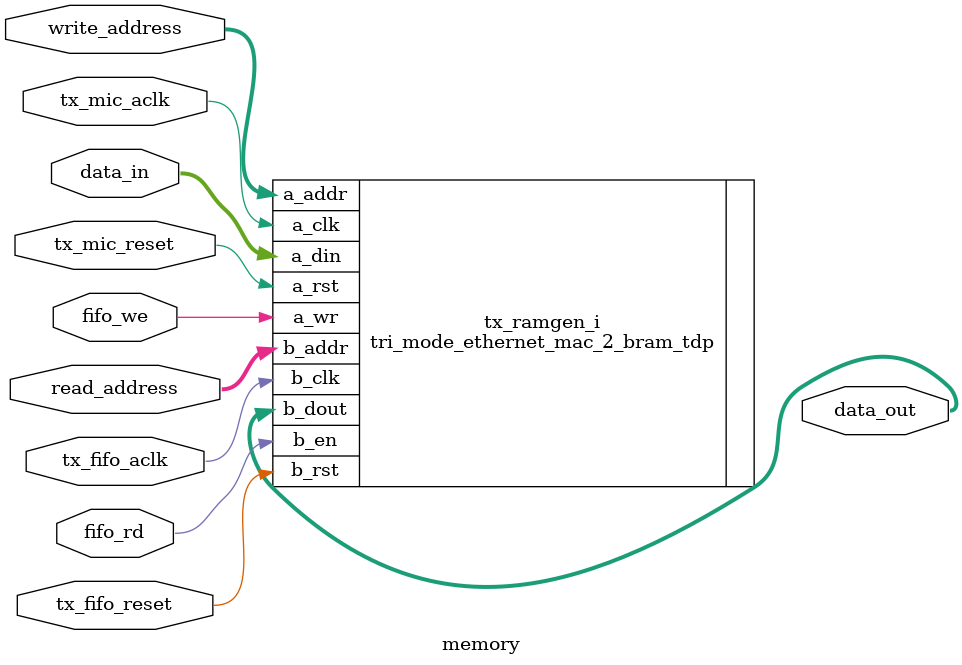
<source format=v>
`timescale 1ps / 1ps


module memory(
    input [7:0] data_in,
    input fifo_we,fifo_rd,
    input [11:0] write_address,read_address,
    input tx_mic_aclk,
    input tx_fifo_aclk,
    input tx_mic_reset,
    input tx_fifo_reset,
    output[7:0] data_out  
    );
  
tri_mode_ethernet_mac_2_bram_tdp #
  (
     .DATA_WIDTH  (8),
     .ADDR_WIDTH  (12)
  )
  tx_ramgen_i (
     .b_dout  (data_out),
     .a_addr  (write_address[11:0]),
     .b_addr  (read_address[11:0]),
     .a_clk   (tx_mic_aclk),
     .b_clk   (tx_fifo_aclk),
     .a_din   (data_in),
     .b_en    (fifo_rd),
     .a_rst   (tx_mic_reset), //mic
     .b_rst   (tx_fifo_reset), //fifo
     .a_wr    (fifo_we)
  );
  
endmodule

</source>
